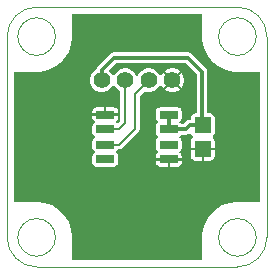
<source format=gbl>
G04*
G04 #@! TF.GenerationSoftware,Altium Limited,Altium Designer,22.3.1 (43)*
G04*
G04 Layer_Physical_Order=2*
G04 Layer_Color=9720587*
%FSLAX42Y42*%
%MOMM*%
G71*
G04*
G04 #@! TF.SameCoordinates,6068DB95-D491-4E89-B998-42626CC7F2F7*
G04*
G04*
G04 #@! TF.FilePolarity,Positive*
G04*
G01*
G75*
G04:AMPARAMS|DCode=10|XSize=1.4mm|YSize=1.4mm|CornerRadius=0.07mm|HoleSize=0mm|Usage=FLASHONLY|Rotation=0.000|XOffset=0mm|YOffset=0mm|HoleType=Round|Shape=RoundedRectangle|*
%AMROUNDEDRECTD10*
21,1,1.40,1.26,0,0,0.0*
21,1,1.26,1.40,0,0,0.0*
1,1,0.14,0.63,-0.63*
1,1,0.14,-0.63,-0.63*
1,1,0.14,-0.63,0.63*
1,1,0.14,0.63,0.63*
%
%ADD10ROUNDEDRECTD10*%
G04:AMPARAMS|DCode=11|XSize=0.6mm|YSize=1.55mm|CornerRadius=0.03mm|HoleSize=0mm|Usage=FLASHONLY|Rotation=90.000|XOffset=0mm|YOffset=0mm|HoleType=Round|Shape=RoundedRectangle|*
%AMROUNDEDRECTD11*
21,1,0.60,1.49,0,0,90.0*
21,1,0.54,1.55,0,0,90.0*
1,1,0.06,0.75,0.27*
1,1,0.06,0.75,-0.27*
1,1,0.06,-0.75,-0.27*
1,1,0.06,-0.75,0.27*
%
%ADD11ROUNDEDRECTD11*%
%ADD12C,0.30*%
%ADD13C,0.20*%
%ADD14C,0.10*%
%ADD15C,1.40*%
G36*
X1650Y1930D02*
X1655Y1891D01*
X1665Y1853D01*
X1680Y1817D01*
X1700Y1783D01*
X1724Y1752D01*
X1752Y1724D01*
X1783Y1700D01*
X1817Y1680D01*
X1853Y1665D01*
X1891Y1655D01*
X1930Y1650D01*
X2139D01*
Y550D01*
X1930D01*
X1891Y545D01*
X1853Y535D01*
X1817Y520D01*
X1783Y500D01*
X1752Y476D01*
X1724Y448D01*
X1700Y417D01*
X1680Y383D01*
X1665Y347D01*
X1655Y309D01*
X1650Y270D01*
Y61D01*
X550D01*
Y270D01*
X545Y309D01*
X535Y347D01*
X520Y383D01*
X500Y417D01*
X476Y448D01*
X448Y476D01*
X417Y500D01*
X383Y520D01*
X347Y535D01*
X309Y545D01*
X270Y550D01*
X61D01*
Y1650D01*
X270D01*
X309Y1655D01*
X347Y1665D01*
X383Y1680D01*
X417Y1700D01*
X448Y1724D01*
X476Y1752D01*
X500Y1783D01*
X520Y1817D01*
X535Y1853D01*
X545Y1891D01*
X550Y1930D01*
Y2139D01*
X1650D01*
Y1930D01*
D02*
G37*
%LPC*%
G36*
X1413Y1680D02*
X1387D01*
X1361Y1673D01*
X1339Y1660D01*
X1336Y1658D01*
X1400Y1594D01*
X1464Y1658D01*
X1461Y1660D01*
X1439Y1673D01*
X1413Y1680D01*
D02*
G37*
G36*
X1478Y1644D02*
X1414Y1580D01*
X1478Y1516D01*
X1480Y1519D01*
X1493Y1541D01*
X1500Y1567D01*
Y1593D01*
X1493Y1619D01*
X1480Y1641D01*
X1478Y1644D01*
D02*
G37*
G36*
X1400Y1566D02*
X1336Y1502D01*
X1339Y1500D01*
X1361Y1487D01*
X1387Y1480D01*
X1413D01*
X1439Y1487D01*
X1461Y1500D01*
X1464Y1502D01*
X1400Y1566D01*
D02*
G37*
G36*
X905Y1351D02*
X840D01*
Y1301D01*
X938D01*
Y1318D01*
X936Y1330D01*
X928Y1341D01*
X917Y1349D01*
X905Y1351D01*
D02*
G37*
G36*
X820D02*
X755D01*
X743Y1349D01*
X732Y1341D01*
X724Y1330D01*
X722Y1318D01*
Y1301D01*
X820D01*
Y1351D01*
D02*
G37*
G36*
X1530Y1816D02*
X903D01*
X886Y1812D01*
X871Y1802D01*
X768Y1699D01*
X758Y1684D01*
X755Y1669D01*
X739Y1660D01*
X720Y1641D01*
X707Y1619D01*
X700Y1593D01*
Y1567D01*
X707Y1541D01*
X720Y1519D01*
X739Y1500D01*
X761Y1487D01*
X787Y1480D01*
X813D01*
X839Y1487D01*
X861Y1500D01*
X880Y1519D01*
X893Y1541D01*
X893Y1542D01*
X907D01*
X907Y1541D01*
X920Y1519D01*
X939Y1500D01*
X959Y1488D01*
Y1237D01*
X936Y1214D01*
X928Y1214D01*
X920Y1220D01*
X919Y1226D01*
Y1228D01*
X920Y1234D01*
X928Y1240D01*
X936Y1251D01*
X938Y1264D01*
Y1281D01*
X830D01*
X722D01*
Y1264D01*
X724Y1251D01*
X732Y1240D01*
X740Y1234D01*
X741Y1228D01*
Y1226D01*
X740Y1220D01*
X732Y1214D01*
X724Y1203D01*
X722Y1190D01*
Y1136D01*
X724Y1124D01*
X732Y1113D01*
X740Y1107D01*
X741Y1101D01*
Y1099D01*
X740Y1093D01*
X732Y1087D01*
X724Y1076D01*
X722Y1064D01*
Y1010D01*
X724Y997D01*
X732Y986D01*
X740Y980D01*
X741Y974D01*
Y972D01*
X740Y966D01*
X732Y960D01*
X724Y949D01*
X722Y936D01*
Y882D01*
X724Y870D01*
X732Y859D01*
X743Y851D01*
X755Y849D01*
X905D01*
X917Y851D01*
X928Y859D01*
X936Y870D01*
X938Y882D01*
Y936D01*
X936Y949D01*
X928Y960D01*
X920Y966D01*
X919Y972D01*
Y974D01*
X920Y980D01*
X928Y986D01*
X935Y996D01*
X946D01*
X947Y996D01*
X962Y999D01*
X975Y1008D01*
X1109Y1141D01*
X1118Y1154D01*
X1121Y1170D01*
X1121Y1170D01*
Y1443D01*
X1164Y1486D01*
X1187Y1480D01*
X1213D01*
X1239Y1487D01*
X1261Y1500D01*
X1280Y1519D01*
X1293Y1541D01*
X1293Y1542D01*
X1307D01*
X1307Y1541D01*
X1320Y1519D01*
X1322Y1516D01*
X1386Y1580D01*
X1322Y1644D01*
X1320Y1641D01*
X1307Y1619D01*
X1307Y1618D01*
X1293D01*
X1293Y1619D01*
X1280Y1641D01*
X1261Y1660D01*
X1239Y1673D01*
X1213Y1680D01*
X1187D01*
X1161Y1673D01*
X1139Y1660D01*
X1120Y1641D01*
X1107Y1619D01*
X1107Y1618D01*
X1093D01*
X1093Y1619D01*
X1080Y1641D01*
X1061Y1660D01*
X1039Y1673D01*
X1013Y1680D01*
X987D01*
X961Y1673D01*
X939Y1660D01*
X920Y1641D01*
X907Y1619D01*
X907Y1618D01*
X893D01*
X893Y1619D01*
X880Y1641D01*
X861Y1660D01*
X861Y1663D01*
X922Y1724D01*
X1511D01*
X1604Y1631D01*
Y1301D01*
X1593D01*
X1578Y1298D01*
X1566Y1290D01*
X1558Y1277D01*
X1555Y1263D01*
Y1246D01*
X1550D01*
X1532Y1242D01*
X1518Y1232D01*
X1494Y1209D01*
X1472D01*
X1468Y1214D01*
X1460Y1220D01*
X1459Y1226D01*
Y1228D01*
X1460Y1234D01*
X1468Y1240D01*
X1476Y1251D01*
X1478Y1264D01*
Y1318D01*
X1476Y1330D01*
X1468Y1341D01*
X1457Y1349D01*
X1444Y1351D01*
X1295D01*
X1283Y1349D01*
X1272Y1341D01*
X1264Y1330D01*
X1262Y1318D01*
Y1264D01*
X1264Y1251D01*
X1272Y1240D01*
X1280Y1234D01*
X1281Y1228D01*
Y1226D01*
X1280Y1220D01*
X1272Y1214D01*
X1264Y1203D01*
X1262Y1190D01*
Y1136D01*
X1264Y1124D01*
X1272Y1113D01*
X1280Y1107D01*
X1281Y1101D01*
Y1099D01*
X1280Y1093D01*
X1272Y1087D01*
X1264Y1076D01*
X1262Y1064D01*
Y1010D01*
X1264Y997D01*
X1272Y986D01*
X1280Y980D01*
X1281Y974D01*
Y972D01*
X1280Y966D01*
X1272Y960D01*
X1264Y949D01*
X1262Y936D01*
Y920D01*
X1370D01*
X1478D01*
Y936D01*
X1476Y949D01*
X1468Y960D01*
X1460Y966D01*
X1459Y972D01*
Y974D01*
X1460Y980D01*
X1468Y986D01*
X1476Y997D01*
X1478Y1010D01*
Y1064D01*
X1476Y1076D01*
X1468Y1087D01*
X1460Y1093D01*
X1459Y1099D01*
Y1101D01*
X1460Y1107D01*
X1468Y1113D01*
X1472Y1118D01*
X1514D01*
X1531Y1121D01*
X1544Y1129D01*
X1552Y1128D01*
X1557Y1125D01*
X1558Y1123D01*
X1566Y1110D01*
X1570Y1108D01*
Y1092D01*
X1566Y1090D01*
X1558Y1077D01*
X1555Y1063D01*
Y1010D01*
X1756D01*
Y1063D01*
X1754Y1077D01*
X1745Y1090D01*
X1741Y1092D01*
Y1108D01*
X1745Y1110D01*
X1754Y1123D01*
X1756Y1137D01*
Y1263D01*
X1754Y1277D01*
X1745Y1290D01*
X1733Y1298D01*
X1719Y1301D01*
X1696D01*
Y1650D01*
X1692Y1668D01*
X1682Y1682D01*
X1562Y1802D01*
X1548Y1812D01*
X1530Y1816D01*
D02*
G37*
G36*
X1756Y990D02*
X1666D01*
Y899D01*
X1719D01*
X1733Y902D01*
X1745Y910D01*
X1754Y923D01*
X1756Y937D01*
Y990D01*
D02*
G37*
G36*
X1646D02*
X1555D01*
Y937D01*
X1558Y923D01*
X1566Y910D01*
X1578Y902D01*
X1593Y899D01*
X1646D01*
Y990D01*
D02*
G37*
G36*
X1478Y900D02*
X1380D01*
Y849D01*
X1444D01*
X1457Y851D01*
X1468Y859D01*
X1476Y870D01*
X1478Y882D01*
Y900D01*
D02*
G37*
G36*
X1360D02*
X1262D01*
Y882D01*
X1264Y870D01*
X1272Y859D01*
X1283Y851D01*
X1295Y849D01*
X1360D01*
Y900D01*
D02*
G37*
%LPD*%
D10*
X1656Y1200D02*
D03*
Y1000D02*
D03*
D11*
X830Y910D02*
D03*
Y1036D02*
D03*
Y1164D02*
D03*
Y1290D02*
D03*
X1370Y910D02*
D03*
Y1036D02*
D03*
Y1164D02*
D03*
Y1290D02*
D03*
D12*
X800Y1580D02*
Y1667D01*
X903Y1770D02*
X1530D01*
X800Y1667D02*
X903Y1770D01*
X1530D02*
X1650Y1650D01*
Y1206D02*
Y1650D01*
Y1206D02*
X1656Y1200D01*
X1370Y1164D02*
Y1290D01*
Y1164D02*
X1514D01*
X1550Y1200D01*
X1656D01*
D13*
X830Y1036D02*
X947D01*
X1080Y1170D02*
Y1460D01*
X947Y1036D02*
X1080Y1170D01*
Y1460D02*
X1200Y1580D01*
X830Y1164D02*
X944D01*
X1000Y1220D01*
Y1580D01*
D14*
X250Y1790D02*
G03*
X410Y1950I0J160D01*
G01*
D02*
G03*
X250Y2110I-160J0D01*
G01*
D02*
G03*
X90Y1950I0J-160D01*
G01*
D02*
G03*
X250Y1790I160J0D01*
G01*
X250Y410D02*
G03*
X90Y250I0J-160D01*
G01*
X410D02*
G03*
X250Y410I-160J0D01*
G01*
Y90D02*
G03*
X410Y250I0J160D01*
G01*
X90D02*
G03*
X250Y90I160J0D01*
G01*
X1950Y410D02*
G03*
X1790Y250I0J-160D01*
G01*
X2110D02*
G03*
X1950Y410I-160J0D01*
G01*
Y90D02*
G03*
X2110Y250I0J160D01*
G01*
X1790D02*
G03*
X1950Y90I160J0D01*
G01*
X1950Y2110D02*
G03*
X1790Y1950I0J-160D01*
G01*
X2110D02*
G03*
X1950Y2110I-160J0D01*
G01*
Y1790D02*
G03*
X2110Y1950I0J160D01*
G01*
X1790D02*
G03*
X1950Y1790I160J0D01*
G01*
X250Y2200D02*
G03*
X0Y1950I0J-250D01*
G01*
X2200D02*
G03*
X1950Y2200I-250J0D01*
G01*
Y0D02*
G03*
X2200Y250I0J250D01*
G01*
X0D02*
G03*
X250Y0I250J0D01*
G01*
X0Y250D02*
Y1950D01*
X250Y2200D02*
X1950D01*
X2200Y250D02*
Y1950D01*
X250Y0D02*
X1950D01*
D15*
X1000Y1580D02*
D03*
X1400D02*
D03*
X800D02*
D03*
X1200D02*
D03*
M02*

</source>
